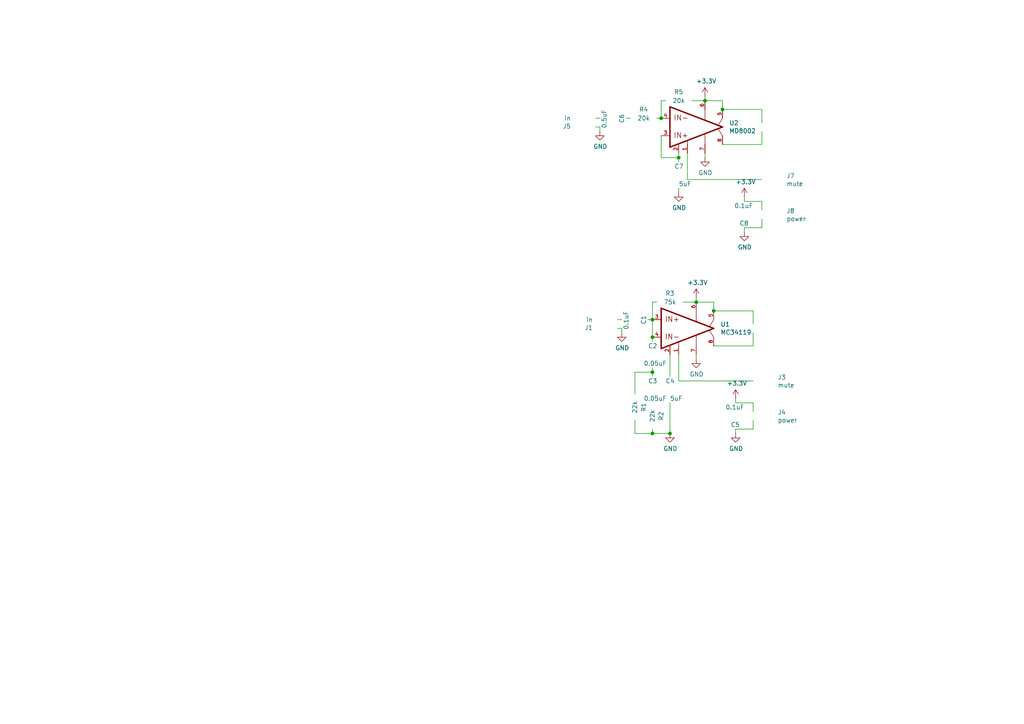
<source format=kicad_sch>
(kicad_sch (version 20211123) (generator eeschema)
  (paper "A4")
  (lib_symbols
    (symbol "power:+3.3V" (power) (pin_names (offset 0))
      (property "Value" "+3.3V" (at 0 3.556 0))
      (symbol "+3.3V_0_1"
        (polyline (pts (xy -0.762 1.27) (xy 0 2.54)))
        (polyline (pts (xy 0 0) (xy 0 2.54)))
        (polyline (pts (xy 0 2.54) (xy 0.762 1.27)))
      )
      (symbol "+3.3V_1_1"
        (pin power_in line (at 0 0 90) (length 0) hide (name "+3.3V") (number "1"))
      )
    )
    (symbol "power:GND" (power) (pin_names (offset 0))
      (property "Value" "GND" (at 0 -3.81 0))
      (symbol "GND_0_1"
        (polyline (pts (xy 0 0) (xy 0 -1.27) (xy 1.27 -1.27) (xy 0 -2.54) (xy -1.27 -1.27) (xy 0 -1.27)))
      )
      (symbol "GND_1_1"
        (pin power_in line (at 0 0 270) (length 0) hide (name "GND") (number "1"))
      )
    )
    (symbol "tda:MC34119" (pin_names (offset 1.016) hide)
      (property "Reference" "U" (at -3.302 -0.889 0))
      (property "Value" "MC34119" (at -7.62 7.62 0))
      (symbol "MC34119_0_0"
        (polyline (pts (xy -7.62 -5.842) (xy 7.62 0)) (stroke (width 0.4064)))
        (polyline (pts (xy -7.62 5.842) (xy -7.62 -5.842)) (stroke (width 0.4064)))
        (polyline (pts (xy -7.62 5.842) (xy 7.62 0)) (stroke (width 0.4064)))
        (polyline (pts (xy -2.54 -3.8862) (xy -2.54 -5.08)) (stroke (width 0.1524)))
        (polyline (pts (xy 2.54 -1.8542) (xy 2.54 -5.08)) (stroke (width 0.1524)))
        (polyline (pts (xy 2.54 5.08) (xy 2.54 1.778)) (stroke (width 0.1524)))
        (polyline (pts (xy 7.62 -2.54) (xy 6.35 -0.5588)) (stroke (width 0.1524)))
        (polyline (pts (xy 7.62 2.54) (xy 6.35 0.4572)) (stroke (width 0.1524)))
        (text "IN+" (at -6.604 1.778 0) (effects (font (size 1.524 1.524)) (justify left bottom)))
        (pin input line (at -2.54 -7.62 90) (length 2.54) (name "~") (number "1"))
        (pin passive line (at -5.08 -7.62 90) (length 2.54) (name "~") (number "2"))
        (pin input line (at -10.16 2.54 0) (length 2.54) (name "~") (number "3"))
        (pin input line (at -10.16 -2.54 0) (length 2.54) (name "~") (number "4"))
        (pin output line (at 7.62 5.08 270) (length 2.54) (name "~") (number "5"))
        (pin power_in line (at 2.54 7.62 270) (length 2.54) (name "~") (number "6"))
        (pin power_in line (at 2.54 -7.62 90) (length 2.54) (name "~") (number "7"))
        (pin output line (at 7.62 -5.08 90) (length 2.54) (name "~") (number "8"))
      )
      (symbol "MC34119_1_1"
        (text "IN-" (at -6.604 -3.302 0) (effects (font (size 1.524 1.524)) (justify left bottom)))
      )
    )
    (symbol "tda:MD8002" (pin_names (offset 1.016) hide)
      (property "Reference" "U" (at -3.302 -0.889 0))
      (property "Value" "MD8002" (at -7.62 7.62 0))
      (symbol "MD8002_0_0"
        (polyline (pts (xy -7.62 -5.842) (xy 7.62 0)) (stroke (width 0.4064)))
        (polyline (pts (xy -7.62 5.842) (xy -7.62 -5.842)) (stroke (width 0.4064)))
        (polyline (pts (xy -7.62 5.842) (xy 7.62 0)) (stroke (width 0.4064)))
        (polyline (pts (xy -2.54 -3.8862) (xy -2.54 -5.08)) (stroke (width 0.1524)))
        (polyline (pts (xy 2.54 -1.8542) (xy 2.54 -5.08)) (stroke (width 0.1524)))
        (polyline (pts (xy 2.54 5.08) (xy 2.54 1.778)) (stroke (width 0.1524)))
        (polyline (pts (xy 7.62 -2.54) (xy 6.35 -0.5588)) (stroke (width 0.1524)))
        (polyline (pts (xy 7.62 2.54) (xy 6.35 0.4572)) (stroke (width 0.1524)))
        (text "IN+" (at -6.604 -3.302 0) (effects (font (size 1.524 1.524)) (justify left bottom)))
        (pin input line (at -2.54 -7.62 90) (length 2.54) (name "~") (number "1"))
        (pin passive line (at -5.08 -7.62 90) (length 2.54) (name "~") (number "2"))
        (pin input line (at -10.16 -2.54 0) (length 2.54) (name "~") (number "3"))
        (pin input line (at -10.16 2.54 0) (length 2.54) (name "~") (number "4"))
        (pin output line (at 7.62 5.08 270) (length 2.54) (name "~") (number "5"))
        (pin power_in line (at 2.54 7.62 270) (length 2.54) (name "~") (number "6"))
        (pin power_in line (at 2.54 -7.62 90) (length 2.54) (name "~") (number "7"))
        (pin output line (at 7.62 -5.08 90) (length 2.54) (name "~") (number "8"))
      )
      (symbol "MD8002_1_1"
        (text "IN-" (at -6.604 1.778 0) (effects (font (size 1.524 1.524)) (justify left bottom)))
      )
    )
  )
  (junction (at 191.77 34.29))
  (junction (at 189.23 92.71))
  (junction (at 189.23 125.73))
  (junction (at 201.93 87.63))
  (junction (at 189.23 107.95))
  (junction (at 207.01 90.17))
  (junction (at 196.85 45.72))
  (junction (at 204.47 29.21))
  (junction (at 194.31 125.73))
  (junction (at 209.55 31.75))
  (junction (at 189.23 97.79))
  (wire (pts (xy 189.23 87.63) (xy 190.5 87.63)))
  (wire (pts (xy 196.85 55.88) (xy 196.85 54.61)))
  (wire (pts (xy 173.99 36.83) (xy 173.99 38.1)))
  (wire (pts (xy 220.98 38.1) (xy 220.98 41.91)))
  (wire (pts (xy 196.85 110.49) (xy 196.85 102.87)))
  (wire (pts (xy 196.85 45.72) (xy 196.85 44.45)))
  (wire (pts (xy 189.23 97.79) (xy 189.23 99.06)))
  (wire (pts (xy 207.01 87.63) (xy 207.01 90.17)))
  (wire (pts (xy 191.77 29.21) (xy 193.04 29.21)))
  (wire (pts (xy 218.44 90.17) (xy 218.44 93.98)))
  (wire (pts (xy 218.44 124.46) (xy 213.36 124.46)))
  (wire (pts (xy 220.98 41.91) (xy 209.55 41.91)))
  (wire (pts (xy 200.66 29.21) (xy 204.47 29.21)))
  (wire (pts (xy 199.39 52.07) (xy 199.39 44.45)))
  (wire (pts (xy 204.47 29.21) (xy 209.55 29.21)))
  (wire (pts (xy 201.93 87.63) (xy 207.01 87.63)))
  (wire (pts (xy 184.15 125.73) (xy 189.23 125.73)))
  (wire (pts (xy 213.36 125.73) (xy 213.36 124.46)))
  (wire (pts (xy 204.47 44.45) (xy 204.47 45.72)))
  (wire (pts (xy 218.44 121.92) (xy 218.44 124.46)))
  (wire (pts (xy 220.98 58.42) (xy 220.98 60.96)))
  (wire (pts (xy 213.36 115.57) (xy 213.36 116.84)))
  (wire (pts (xy 196.85 45.72) (xy 196.85 46.99)))
  (wire (pts (xy 184.15 107.95) (xy 189.23 107.95)))
  (wire (pts (xy 191.77 39.37) (xy 191.77 45.72)))
  (wire (pts (xy 194.31 116.84) (xy 194.31 125.73)))
  (wire (pts (xy 180.34 95.25) (xy 180.34 96.52)))
  (wire (pts (xy 184.15 114.3) (xy 184.15 107.95)))
  (wire (pts (xy 187.96 92.71) (xy 189.23 92.71)))
  (wire (pts (xy 204.47 29.21) (xy 204.47 27.94)))
  (wire (pts (xy 207.01 90.17) (xy 218.44 90.17)))
  (wire (pts (xy 218.44 116.84) (xy 218.44 119.38)))
  (wire (pts (xy 213.36 116.84) (xy 218.44 116.84)))
  (wire (pts (xy 220.98 31.75) (xy 220.98 35.56)))
  (wire (pts (xy 201.93 87.63) (xy 201.93 86.36)))
  (wire (pts (xy 201.93 102.87) (xy 201.93 104.14)))
  (wire (pts (xy 209.55 31.75) (xy 220.98 31.75)))
  (wire (pts (xy 189.23 87.63) (xy 189.23 92.71)))
  (wire (pts (xy 220.98 66.04) (xy 215.9 66.04)))
  (wire (pts (xy 189.23 109.22) (xy 189.23 107.95)))
  (wire (pts (xy 172.72 36.83) (xy 173.99 36.83)))
  (wire (pts (xy 218.44 96.52) (xy 218.44 100.33)))
  (wire (pts (xy 181.61 34.29) (xy 182.88 34.29)))
  (wire (pts (xy 189.23 92.71) (xy 189.23 97.79)))
  (wire (pts (xy 184.15 121.92) (xy 184.15 125.73)))
  (wire (pts (xy 189.23 125.73) (xy 194.31 125.73)))
  (wire (pts (xy 215.9 57.15) (xy 215.9 58.42)))
  (wire (pts (xy 220.98 63.5) (xy 220.98 66.04)))
  (wire (pts (xy 190.5 34.29) (xy 191.77 34.29)))
  (wire (pts (xy 179.07 95.25) (xy 180.34 95.25)))
  (wire (pts (xy 173.99 34.29) (xy 172.72 34.29)))
  (wire (pts (xy 215.9 67.31) (xy 215.9 66.04)))
  (wire (pts (xy 189.23 107.95) (xy 189.23 106.68)))
  (wire (pts (xy 215.9 58.42) (xy 220.98 58.42)))
  (wire (pts (xy 191.77 45.72) (xy 196.85 45.72)))
  (wire (pts (xy 218.44 110.49) (xy 196.85 110.49)))
  (wire (pts (xy 198.12 87.63) (xy 201.93 87.63)))
  (wire (pts (xy 180.34 92.71) (xy 179.07 92.71)))
  (wire (pts (xy 209.55 29.21) (xy 209.55 31.75)))
  (wire (pts (xy 194.31 109.22) (xy 194.31 102.87)))
  (wire (pts (xy 220.98 52.07) (xy 199.39 52.07)))
  (wire (pts (xy 189.23 124.46) (xy 189.23 125.73)))
  (wire (pts (xy 218.44 100.33) (xy 207.01 100.33)))
  (wire (pts (xy 191.77 29.21) (xy 191.77 34.29)))
  (symbol (lib_id "device:C") (at 189.23 102.87 180) (unit 1)
    (property "Reference" "C2" (at 187.96 100.33 0) (effects (justify right)))
    (property "Value" "0.05uF" (at 186.69 105.41 0) (effects (justify right)))
    (property "Footprint" "Capacitor_SMD:C_0603_1608Metric" (effects hide))
  )
  (symbol (lib_id "device:C") (at 189.23 113.03 180) (unit 1)
    (property "Reference" "C3" (at 187.96 110.49 0) (effects (justify right)))
    (property "Value" "0.05uF" (at 186.69 115.57 0) (effects (justify right)))
    (property "Footprint" "Capacitor_SMD:C_0603_1608Metric" (effects hide))
  )
  (symbol (lib_id "device:R") (at 189.23 120.65 0) (unit 1)
    (property "Reference" "R2" (at 191.77 120.65 90))
    (property "Value" "22k" (at 189.23 120.65 90))
    (property "Footprint" "Resistor_SMD:R_0805_2012Metric_Pad1.15x1.40mm_HandSolder" (effects hide))
  )
  (symbol (lib_id "device:R") (at 184.15 118.11 0) (unit 1)
    (property "Reference" "R1" (at 186.69 118.11 90))
    (property "Value" "22k" (at 184.15 118.11 90))
    (property "Footprint" "Resistor_SMD:R_0805_2012Metric_Pad1.15x1.40mm_HandSolder" (effects hide))
  )
  (symbol (lib_id "device:C") (at 194.31 113.03 180) (unit 1)
    (property "Reference" "C4" (at 193.04 110.49 0) (effects (justify right)))
    (property "Value" "5uF" (at 194.31 115.57 0) (effects (justify right)))
    (property "Footprint" "Capacitor_SMD:C_0603_1608Metric" (effects hide))
  )
  (symbol (lib_id "Connector:Conn_01x02") (at 173.99 95.25 180) (unit 1)
    (property "Reference" "J1" (at 171.958 95.0468 0) (effects (justify left)))
    (property "Value" "in" (at 171.958 92.7354 0) (effects (justify left)))
    (property "Footprint" "Capacitor_SMD:C_2816_7142Metric_Pad3.20x4.45mm_HandSolder" (effects hide))
  )
  (symbol (lib_id "power:GND") (at 180.34 96.52 0) (unit 1)
    (property "Reference" "#PWR01" (effects hide))
    (property "Value" "GND" (at 180.467 100.9142 0))
  )
  (symbol (lib_id "Connector:Conn_01x01") (at 223.52 110.49 0) (unit 1)
    (property "Reference" "J3" (at 225.552 109.4232 0) (effects (justify left)))
    (property "Value" "mute" (at 225.552 111.7346 0) (effects (justify left)))
    (property "Footprint" "Connector_Wire:SolderWirePad_1x01_SMD_5x10mm" (effects hide))
  )
  (symbol (lib_id "power:GND") (at 201.93 104.14 0) (unit 1)
    (property "Reference" "#PWR04" (effects hide))
    (property "Value" "GND" (at 202.057 108.5342 0))
  )
  (symbol (lib_id "power:GND") (at 194.31 125.73 0) (unit 1)
    (property "Reference" "#PWR02" (effects hide))
    (property "Value" "GND" (at 194.437 130.1242 0))
  )
  (symbol (lib_id "Connector:Conn_01x02") (at 223.52 119.38 0) (unit 1)
    (property "Reference" "J4" (at 225.552 119.5832 0) (effects (justify left)))
    (property "Value" "power" (at 225.552 121.8946 0) (effects (justify left)))
    (property "Footprint" "Capacitor_SMD:C_2816_7142Metric" (effects hide))
  )
  (symbol (lib_id "power:GND") (at 213.36 125.73 0) (unit 1)
    (property "Reference" "#PWR0101" (effects hide))
    (property "Value" "GND" (at 213.487 130.1242 0))
  )
  (symbol (lib_id "device:C") (at 184.15 92.71 90) (unit 1)
    (property "Reference" "C1" (at 186.69 91.44 0) (effects (justify right)))
    (property "Value" "0.1uF" (at 181.61 90.17 0) (effects (justify right)))
    (property "Footprint" "Capacitor_SMD:C_0603_1608Metric" (effects hide))
  )
  (symbol (lib_id "device:C") (at 213.36 120.65 0) (unit 1)
    (property "Reference" "C5" (at 214.63 123.19 0) (effects (justify right)))
    (property "Value" "0.1uF" (at 215.9 118.11 0) (effects (justify right)))
    (property "Footprint" "Capacitor_SMD:C_0603_1608Metric" (effects hide))
  )
  (symbol (lib_id "power:GND") (at 204.47 45.72 0) (unit 1)
    (property "Reference" "#PWR08" (effects hide))
    (property "Value" "GND" (at 204.597 50.1142 0))
  )
  (symbol (lib_id "device:C") (at 177.8 34.29 90) (unit 1)
    (property "Reference" "C6" (at 180.34 33.02 0) (effects (justify right)))
    (property "Value" "0.5uF" (at 175.26 31.75 0) (effects (justify right)))
    (property "Footprint" "Capacitor_SMD:C_0805_2012Metric_Pad1.15x1.40mm_HandSolder" (effects hide))
  )
  (symbol (lib_id "device:C") (at 196.85 50.8 180) (unit 1)
    (property "Reference" "C7" (at 195.58 48.26 0) (effects (justify right)))
    (property "Value" "5uF" (at 196.85 53.34 0) (effects (justify right)))
    (property "Footprint" "Capacitor_SMD:C_0805_2012Metric_Pad1.15x1.40mm_HandSolder" (effects hide))
  )
  (symbol (lib_id "power:GND") (at 196.85 55.88 0) (unit 1)
    (property "Reference" "#PWR06" (effects hide))
    (property "Value" "GND" (at 196.977 60.2742 0))
  )
  (symbol (lib_id "Connector:Conn_01x02") (at 226.06 35.56 0) (unit 1)
    (property "Reference" "J6" (at 228.092 35.7632 0) (effects (justify left)))
    (property "Value" "speaker" (at 228.092 38.0746 0) (effects (justify left)))
    (property "Footprint" "Capacitor_SMD:C_2816_7142Metric_Pad3.20x4.45mm_HandSolder" (effects hide))
  )
  (symbol (lib_id "device:R") (at 196.85 29.21 270) (unit 1)
    (property "Reference" "R5" (at 196.85 26.67 90))
    (property "Value" "20k" (at 196.85 29.21 90))
    (property "Footprint" "Resistor_SMD:R_0805_2012Metric_Pad1.15x1.40mm_HandSolder" (effects hide))
  )
  (symbol (lib_id "Connector:Conn_01x02") (at 167.64 36.83 180) (unit 1)
    (property "Reference" "J5" (at 165.608 36.6268 0) (effects (justify left)))
    (property "Value" "in" (at 165.608 34.3154 0) (effects (justify left)))
    (property "Footprint" "Capacitor_SMD:C_2816_7142Metric_Pad3.20x4.45mm_HandSolder" (effects hide))
  )
  (symbol (lib_id "power:GND") (at 173.99 38.1 0) (unit 1)
    (property "Reference" "#PWR05" (effects hide))
    (property "Value" "GND" (at 174.117 42.4942 0))
  )
  (symbol (lib_id "Connector:Conn_01x01") (at 226.06 52.07 0) (unit 1)
    (property "Reference" "J7" (at 228.092 51.0032 0) (effects (justify left)))
    (property "Value" "mute" (at 228.092 53.3146 0) (effects (justify left)))
    (property "Footprint" "Connector_Wire:SolderWirePad_1x01_SMD_5x10mm" (effects hide))
  )
  (symbol (lib_id "Connector:Conn_01x02") (at 226.06 60.96 0) (unit 1)
    (property "Reference" "J8" (at 228.092 61.1632 0) (effects (justify left)))
    (property "Value" "power" (at 228.092 63.4746 0) (effects (justify left)))
    (property "Footprint" "Capacitor_SMD:C_2816_7142Metric" (effects hide))
  )
  (symbol (lib_id "power:GND") (at 215.9 67.31 0) (unit 1)
    (property "Reference" "#PWR010" (effects hide))
    (property "Value" "GND" (at 216.027 71.7042 0))
  )
  (symbol (lib_id "device:C") (at 215.9 62.23 0) (unit 1)
    (property "Reference" "C8" (at 217.17 64.77 0) (effects (justify right)))
    (property "Value" "0.1uF" (at 218.44 59.69 0) (effects (justify right)))
    (property "Footprint" "Capacitor_SMD:C_0603_1608Metric" (effects hide))
  )
  (symbol (lib_id "device:R") (at 186.69 34.29 270) (unit 1)
    (property "Reference" "R4" (at 186.69 31.75 90))
    (property "Value" "20k" (at 186.69 34.29 90))
    (property "Footprint" "Resistor_SMD:R_0805_2012Metric_Pad1.15x1.40mm_HandSolder" (effects hide))
  )
  (symbol (lib_id "Connector:Conn_01x02") (at 223.52 93.98 0) (unit 1)
    (property "Reference" "J2" (at 225.552 94.1832 0) (effects (justify left)))
    (property "Value" "speaker" (at 225.552 96.4946 0) (effects (justify left)))
    (property "Footprint" "Capacitor_SMD:C_2816_7142Metric_Pad3.20x4.45mm_HandSolder" (effects hide))
  )
  (symbol (lib_id "device:R") (at 194.31 87.63 270) (unit 1)
    (property "Reference" "R3" (at 194.31 85.09 90))
    (property "Value" "75k" (at 194.31 87.63 90))
    (property "Footprint" "Resistor_SMD:R_0805_2012Metric_Pad1.15x1.40mm_HandSolder" (effects hide))
  )
  (symbol (lib_id "power:+3.3V") (at 204.47 27.94 0) (unit 1)
    (property "Reference" "#PWR07" (effects hide))
    (property "Value" "+3.3V" (at 204.851 23.5458 0))
  )
  (symbol (lib_id "power:+3.3V") (at 215.9 57.15 0) (unit 1)
    (property "Reference" "#PWR09" (effects hide))
    (property "Value" "+3.3V" (at 216.281 52.7558 0))
  )
  (symbol (lib_id "power:+3.3V") (at 201.93 86.36 0) (unit 1)
    (property "Reference" "#PWR03" (effects hide))
    (property "Value" "+3.3V" (at 202.311 81.9658 0))
  )
  (symbol (lib_id "tda:MD8002") (at 201.93 36.83 0) (unit 1)
    (property "Reference" "U2" (at 211.4804 35.6616 0) (effects (justify left)))
    (property "Value" "MD8002" (at 211.4804 37.973 0) (effects (justify left)))
    (property "Footprint" "Package_SO:SOP-8_3.9x4.9mm_P1.27mm" (effects hide))
  )
  (symbol (lib_id "tda:MC34119") (at 199.39 95.25 0) (unit 1)
    (property "Reference" "U1" (at 208.9658 94.0816 0) (effects (justify left)))
    (property "Value" "MC34119" (at 208.9658 96.393 0) (effects (justify left)))
    (property "Footprint" "Package_SO:SOP-8_3.9x4.9mm_P1.27mm" (effects hide))
  )
  (symbol (lib_id "power:+3.3V") (at 213.36 115.57 0) (unit 1)
    (property "Reference" "#PWR011" (effects hide))
    (property "Value" "+3.3V" (at 213.741 111.1758 0))
  )
)
</source>
